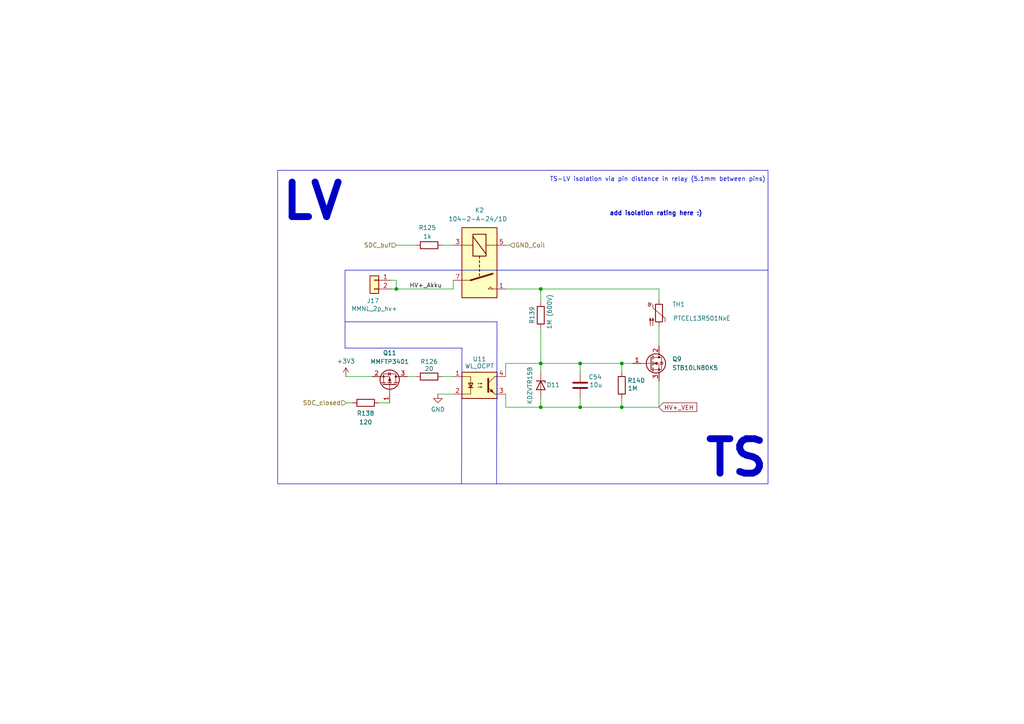
<source format=kicad_sch>
(kicad_sch
	(version 20231120)
	(generator "eeschema")
	(generator_version "8.0")
	(uuid "13e073e0-08f3-43ce-a5c5-b3a3660479c2")
	(paper "A4")
	(lib_symbols
		(symbol "Connector_Generic:Conn_01x02"
			(pin_names
				(offset 1.016) hide)
			(exclude_from_sim no)
			(in_bom yes)
			(on_board yes)
			(property "Reference" "J"
				(at 0 2.54 0)
				(effects
					(font
						(size 1.27 1.27)
					)
				)
			)
			(property "Value" "Conn_01x02"
				(at 0 -5.08 0)
				(effects
					(font
						(size 1.27 1.27)
					)
				)
			)
			(property "Footprint" ""
				(at 0 0 0)
				(effects
					(font
						(size 1.27 1.27)
					)
					(hide yes)
				)
			)
			(property "Datasheet" "~"
				(at 0 0 0)
				(effects
					(font
						(size 1.27 1.27)
					)
					(hide yes)
				)
			)
			(property "Description" "Generic connector, single row, 01x02, script generated (kicad-library-utils/schlib/autogen/connector/)"
				(at 0 0 0)
				(effects
					(font
						(size 1.27 1.27)
					)
					(hide yes)
				)
			)
			(property "ki_keywords" "connector"
				(at 0 0 0)
				(effects
					(font
						(size 1.27 1.27)
					)
					(hide yes)
				)
			)
			(property "ki_fp_filters" "Connector*:*_1x??_*"
				(at 0 0 0)
				(effects
					(font
						(size 1.27 1.27)
					)
					(hide yes)
				)
			)
			(symbol "Conn_01x02_1_1"
				(rectangle
					(start -1.27 -2.413)
					(end 0 -2.667)
					(stroke
						(width 0.1524)
						(type default)
					)
					(fill
						(type none)
					)
				)
				(rectangle
					(start -1.27 0.127)
					(end 0 -0.127)
					(stroke
						(width 0.1524)
						(type default)
					)
					(fill
						(type none)
					)
				)
				(rectangle
					(start -1.27 1.27)
					(end 1.27 -3.81)
					(stroke
						(width 0.254)
						(type default)
					)
					(fill
						(type background)
					)
				)
				(pin passive line
					(at -5.08 0 0)
					(length 3.81)
					(name "Pin_1"
						(effects
							(font
								(size 1.27 1.27)
							)
						)
					)
					(number "1"
						(effects
							(font
								(size 1.27 1.27)
							)
						)
					)
				)
				(pin passive line
					(at -5.08 -2.54 0)
					(length 3.81)
					(name "Pin_2"
						(effects
							(font
								(size 1.27 1.27)
							)
						)
					)
					(number "2"
						(effects
							(font
								(size 1.27 1.27)
							)
						)
					)
				)
			)
		)
		(symbol "Device:C"
			(pin_numbers hide)
			(pin_names
				(offset 0.254)
			)
			(exclude_from_sim no)
			(in_bom yes)
			(on_board yes)
			(property "Reference" "C"
				(at 0.635 2.54 0)
				(effects
					(font
						(size 1.27 1.27)
					)
					(justify left)
				)
			)
			(property "Value" "C"
				(at 0.635 -2.54 0)
				(effects
					(font
						(size 1.27 1.27)
					)
					(justify left)
				)
			)
			(property "Footprint" ""
				(at 0.9652 -3.81 0)
				(effects
					(font
						(size 1.27 1.27)
					)
					(hide yes)
				)
			)
			(property "Datasheet" "~"
				(at 0 0 0)
				(effects
					(font
						(size 1.27 1.27)
					)
					(hide yes)
				)
			)
			(property "Description" "Unpolarized capacitor"
				(at 0 0 0)
				(effects
					(font
						(size 1.27 1.27)
					)
					(hide yes)
				)
			)
			(property "ki_keywords" "cap capacitor"
				(at 0 0 0)
				(effects
					(font
						(size 1.27 1.27)
					)
					(hide yes)
				)
			)
			(property "ki_fp_filters" "C_*"
				(at 0 0 0)
				(effects
					(font
						(size 1.27 1.27)
					)
					(hide yes)
				)
			)
			(symbol "C_0_1"
				(polyline
					(pts
						(xy -2.032 -0.762) (xy 2.032 -0.762)
					)
					(stroke
						(width 0.508)
						(type default)
					)
					(fill
						(type none)
					)
				)
				(polyline
					(pts
						(xy -2.032 0.762) (xy 2.032 0.762)
					)
					(stroke
						(width 0.508)
						(type default)
					)
					(fill
						(type none)
					)
				)
			)
			(symbol "C_1_1"
				(pin passive line
					(at 0 3.81 270)
					(length 2.794)
					(name "~"
						(effects
							(font
								(size 1.27 1.27)
							)
						)
					)
					(number "1"
						(effects
							(font
								(size 1.27 1.27)
							)
						)
					)
				)
				(pin passive line
					(at 0 -3.81 90)
					(length 2.794)
					(name "~"
						(effects
							(font
								(size 1.27 1.27)
							)
						)
					)
					(number "2"
						(effects
							(font
								(size 1.27 1.27)
							)
						)
					)
				)
			)
		)
		(symbol "Device:D_Zener"
			(pin_numbers hide)
			(pin_names
				(offset 1.016) hide)
			(exclude_from_sim no)
			(in_bom yes)
			(on_board yes)
			(property "Reference" "D"
				(at 0 2.54 0)
				(effects
					(font
						(size 1.27 1.27)
					)
				)
			)
			(property "Value" "D_Zener"
				(at 0 -2.54 0)
				(effects
					(font
						(size 1.27 1.27)
					)
				)
			)
			(property "Footprint" ""
				(at 0 0 0)
				(effects
					(font
						(size 1.27 1.27)
					)
					(hide yes)
				)
			)
			(property "Datasheet" "~"
				(at 0 0 0)
				(effects
					(font
						(size 1.27 1.27)
					)
					(hide yes)
				)
			)
			(property "Description" "Zener diode"
				(at 0 0 0)
				(effects
					(font
						(size 1.27 1.27)
					)
					(hide yes)
				)
			)
			(property "ki_keywords" "diode"
				(at 0 0 0)
				(effects
					(font
						(size 1.27 1.27)
					)
					(hide yes)
				)
			)
			(property "ki_fp_filters" "TO-???* *_Diode_* *SingleDiode* D_*"
				(at 0 0 0)
				(effects
					(font
						(size 1.27 1.27)
					)
					(hide yes)
				)
			)
			(symbol "D_Zener_0_1"
				(polyline
					(pts
						(xy 1.27 0) (xy -1.27 0)
					)
					(stroke
						(width 0)
						(type default)
					)
					(fill
						(type none)
					)
				)
				(polyline
					(pts
						(xy -1.27 -1.27) (xy -1.27 1.27) (xy -0.762 1.27)
					)
					(stroke
						(width 0.254)
						(type default)
					)
					(fill
						(type none)
					)
				)
				(polyline
					(pts
						(xy 1.27 -1.27) (xy 1.27 1.27) (xy -1.27 0) (xy 1.27 -1.27)
					)
					(stroke
						(width 0.254)
						(type default)
					)
					(fill
						(type none)
					)
				)
			)
			(symbol "D_Zener_1_1"
				(pin passive line
					(at -3.81 0 0)
					(length 2.54)
					(name "K"
						(effects
							(font
								(size 1.27 1.27)
							)
						)
					)
					(number "1"
						(effects
							(font
								(size 1.27 1.27)
							)
						)
					)
				)
				(pin passive line
					(at 3.81 0 180)
					(length 2.54)
					(name "A"
						(effects
							(font
								(size 1.27 1.27)
							)
						)
					)
					(number "2"
						(effects
							(font
								(size 1.27 1.27)
							)
						)
					)
				)
			)
		)
		(symbol "Device:Q_PMOS_GSD"
			(pin_names
				(offset 0) hide)
			(exclude_from_sim no)
			(in_bom yes)
			(on_board yes)
			(property "Reference" "Q"
				(at 5.08 1.27 0)
				(effects
					(font
						(size 1.27 1.27)
					)
					(justify left)
				)
			)
			(property "Value" "Q_PMOS_GSD"
				(at 5.08 -1.27 0)
				(effects
					(font
						(size 1.27 1.27)
					)
					(justify left)
				)
			)
			(property "Footprint" ""
				(at 5.08 2.54 0)
				(effects
					(font
						(size 1.27 1.27)
					)
					(hide yes)
				)
			)
			(property "Datasheet" "~"
				(at 0 0 0)
				(effects
					(font
						(size 1.27 1.27)
					)
					(hide yes)
				)
			)
			(property "Description" "P-MOSFET transistor, gate/source/drain"
				(at 0 0 0)
				(effects
					(font
						(size 1.27 1.27)
					)
					(hide yes)
				)
			)
			(property "ki_keywords" "transistor PMOS P-MOS P-MOSFET"
				(at 0 0 0)
				(effects
					(font
						(size 1.27 1.27)
					)
					(hide yes)
				)
			)
			(symbol "Q_PMOS_GSD_0_1"
				(polyline
					(pts
						(xy 0.254 0) (xy -2.54 0)
					)
					(stroke
						(width 0)
						(type default)
					)
					(fill
						(type none)
					)
				)
				(polyline
					(pts
						(xy 0.254 1.905) (xy 0.254 -1.905)
					)
					(stroke
						(width 0.254)
						(type default)
					)
					(fill
						(type none)
					)
				)
				(polyline
					(pts
						(xy 0.762 -1.27) (xy 0.762 -2.286)
					)
					(stroke
						(width 0.254)
						(type default)
					)
					(fill
						(type none)
					)
				)
				(polyline
					(pts
						(xy 0.762 0.508) (xy 0.762 -0.508)
					)
					(stroke
						(width 0.254)
						(type default)
					)
					(fill
						(type none)
					)
				)
				(polyline
					(pts
						(xy 0.762 2.286) (xy 0.762 1.27)
					)
					(stroke
						(width 0.254)
						(type default)
					)
					(fill
						(type none)
					)
				)
				(polyline
					(pts
						(xy 2.54 2.54) (xy 2.54 1.778)
					)
					(stroke
						(width 0)
						(type default)
					)
					(fill
						(type none)
					)
				)
				(polyline
					(pts
						(xy 2.54 -2.54) (xy 2.54 0) (xy 0.762 0)
					)
					(stroke
						(width 0)
						(type default)
					)
					(fill
						(type none)
					)
				)
				(polyline
					(pts
						(xy 0.762 1.778) (xy 3.302 1.778) (xy 3.302 -1.778) (xy 0.762 -1.778)
					)
					(stroke
						(width 0)
						(type default)
					)
					(fill
						(type none)
					)
				)
				(polyline
					(pts
						(xy 2.286 0) (xy 1.27 0.381) (xy 1.27 -0.381) (xy 2.286 0)
					)
					(stroke
						(width 0)
						(type default)
					)
					(fill
						(type outline)
					)
				)
				(polyline
					(pts
						(xy 2.794 -0.508) (xy 2.921 -0.381) (xy 3.683 -0.381) (xy 3.81 -0.254)
					)
					(stroke
						(width 0)
						(type default)
					)
					(fill
						(type none)
					)
				)
				(polyline
					(pts
						(xy 3.302 -0.381) (xy 2.921 0.254) (xy 3.683 0.254) (xy 3.302 -0.381)
					)
					(stroke
						(width 0)
						(type default)
					)
					(fill
						(type none)
					)
				)
				(circle
					(center 1.651 0)
					(radius 2.794)
					(stroke
						(width 0.254)
						(type default)
					)
					(fill
						(type none)
					)
				)
				(circle
					(center 2.54 -1.778)
					(radius 0.254)
					(stroke
						(width 0)
						(type default)
					)
					(fill
						(type outline)
					)
				)
				(circle
					(center 2.54 1.778)
					(radius 0.254)
					(stroke
						(width 0)
						(type default)
					)
					(fill
						(type outline)
					)
				)
			)
			(symbol "Q_PMOS_GSD_1_1"
				(pin input line
					(at -5.08 0 0)
					(length 2.54)
					(name "G"
						(effects
							(font
								(size 1.27 1.27)
							)
						)
					)
					(number "1"
						(effects
							(font
								(size 1.27 1.27)
							)
						)
					)
				)
				(pin passive line
					(at 2.54 -5.08 90)
					(length 2.54)
					(name "S"
						(effects
							(font
								(size 1.27 1.27)
							)
						)
					)
					(number "2"
						(effects
							(font
								(size 1.27 1.27)
							)
						)
					)
				)
				(pin passive line
					(at 2.54 5.08 270)
					(length 2.54)
					(name "D"
						(effects
							(font
								(size 1.27 1.27)
							)
						)
					)
					(number "3"
						(effects
							(font
								(size 1.27 1.27)
							)
						)
					)
				)
			)
		)
		(symbol "Device:R"
			(pin_numbers hide)
			(pin_names
				(offset 0)
			)
			(exclude_from_sim no)
			(in_bom yes)
			(on_board yes)
			(property "Reference" "R"
				(at 2.032 0 90)
				(effects
					(font
						(size 1.27 1.27)
					)
				)
			)
			(property "Value" "R"
				(at 0 0 90)
				(effects
					(font
						(size 1.27 1.27)
					)
				)
			)
			(property "Footprint" ""
				(at -1.778 0 90)
				(effects
					(font
						(size 1.27 1.27)
					)
					(hide yes)
				)
			)
			(property "Datasheet" "~"
				(at 0 0 0)
				(effects
					(font
						(size 1.27 1.27)
					)
					(hide yes)
				)
			)
			(property "Description" "Resistor"
				(at 0 0 0)
				(effects
					(font
						(size 1.27 1.27)
					)
					(hide yes)
				)
			)
			(property "ki_keywords" "R res resistor"
				(at 0 0 0)
				(effects
					(font
						(size 1.27 1.27)
					)
					(hide yes)
				)
			)
			(property "ki_fp_filters" "R_*"
				(at 0 0 0)
				(effects
					(font
						(size 1.27 1.27)
					)
					(hide yes)
				)
			)
			(symbol "R_0_1"
				(rectangle
					(start -1.016 -2.54)
					(end 1.016 2.54)
					(stroke
						(width 0.254)
						(type default)
					)
					(fill
						(type none)
					)
				)
			)
			(symbol "R_1_1"
				(pin passive line
					(at 0 3.81 270)
					(length 1.27)
					(name "~"
						(effects
							(font
								(size 1.27 1.27)
							)
						)
					)
					(number "1"
						(effects
							(font
								(size 1.27 1.27)
							)
						)
					)
				)
				(pin passive line
					(at 0 -3.81 90)
					(length 1.27)
					(name "~"
						(effects
							(font
								(size 1.27 1.27)
							)
						)
					)
					(number "2"
						(effects
							(font
								(size 1.27 1.27)
							)
						)
					)
				)
			)
		)
		(symbol "Device:Thermistor_PTC"
			(pin_numbers hide)
			(pin_names
				(offset 0)
			)
			(exclude_from_sim no)
			(in_bom yes)
			(on_board yes)
			(property "Reference" "TH"
				(at -4.064 0 90)
				(effects
					(font
						(size 1.27 1.27)
					)
				)
			)
			(property "Value" "Thermistor_PTC"
				(at 3.048 0 90)
				(effects
					(font
						(size 1.27 1.27)
					)
				)
			)
			(property "Footprint" ""
				(at 1.27 -5.08 0)
				(effects
					(font
						(size 1.27 1.27)
					)
					(justify left)
					(hide yes)
				)
			)
			(property "Datasheet" "~"
				(at 0 0 0)
				(effects
					(font
						(size 1.27 1.27)
					)
					(hide yes)
				)
			)
			(property "Description" "Temperature dependent resistor, positive temperature coefficient"
				(at 0 0 0)
				(effects
					(font
						(size 1.27 1.27)
					)
					(hide yes)
				)
			)
			(property "ki_keywords" "resistor PTC thermistor sensor RTD"
				(at 0 0 0)
				(effects
					(font
						(size 1.27 1.27)
					)
					(hide yes)
				)
			)
			(property "ki_fp_filters" "*PTC* *Thermistor* PIN?ARRAY* bornier* *Terminal?Block* R_*"
				(at 0 0 0)
				(effects
					(font
						(size 1.27 1.27)
					)
					(hide yes)
				)
			)
			(symbol "Thermistor_PTC_0_1"
				(arc
					(start -3.048 2.159)
					(mid -3.0495 2.3143)
					(end -3.175 2.413)
					(stroke
						(width 0)
						(type default)
					)
					(fill
						(type none)
					)
				)
				(arc
					(start -3.048 2.159)
					(mid -2.9736 1.9794)
					(end -2.794 1.905)
					(stroke
						(width 0)
						(type default)
					)
					(fill
						(type none)
					)
				)
				(arc
					(start -3.048 2.794)
					(mid -2.9736 2.6144)
					(end -2.794 2.54)
					(stroke
						(width 0)
						(type default)
					)
					(fill
						(type none)
					)
				)
				(arc
					(start -2.794 1.905)
					(mid -2.6144 1.9794)
					(end -2.54 2.159)
					(stroke
						(width 0)
						(type default)
					)
					(fill
						(type none)
					)
				)
				(arc
					(start -2.794 2.54)
					(mid -2.4393 2.5587)
					(end -2.159 2.794)
					(stroke
						(width 0)
						(type default)
					)
					(fill
						(type none)
					)
				)
				(arc
					(start -2.794 3.048)
					(mid -2.9736 2.9736)
					(end -3.048 2.794)
					(stroke
						(width 0)
						(type default)
					)
					(fill
						(type none)
					)
				)
				(arc
					(start -2.54 2.794)
					(mid -2.6144 2.9736)
					(end -2.794 3.048)
					(stroke
						(width 0)
						(type default)
					)
					(fill
						(type none)
					)
				)
				(rectangle
					(start -1.016 2.54)
					(end 1.016 -2.54)
					(stroke
						(width 0.254)
						(type default)
					)
					(fill
						(type none)
					)
				)
				(polyline
					(pts
						(xy -2.54 2.159) (xy -2.54 2.794)
					)
					(stroke
						(width 0)
						(type default)
					)
					(fill
						(type none)
					)
				)
				(polyline
					(pts
						(xy -1.778 2.54) (xy -1.778 1.524) (xy 1.778 -1.524) (xy 1.778 -2.54)
					)
					(stroke
						(width 0)
						(type default)
					)
					(fill
						(type none)
					)
				)
				(polyline
					(pts
						(xy -2.54 -3.683) (xy -2.54 -1.397) (xy -2.794 -2.159) (xy -2.286 -2.159) (xy -2.54 -1.397) (xy -2.54 -1.651)
					)
					(stroke
						(width 0)
						(type default)
					)
					(fill
						(type outline)
					)
				)
				(polyline
					(pts
						(xy -1.778 -3.683) (xy -1.778 -1.397) (xy -2.032 -2.159) (xy -1.524 -2.159) (xy -1.778 -1.397)
						(xy -1.778 -1.651)
					)
					(stroke
						(width 0)
						(type default)
					)
					(fill
						(type outline)
					)
				)
			)
			(symbol "Thermistor_PTC_1_1"
				(pin passive line
					(at 0 3.81 270)
					(length 1.27)
					(name "~"
						(effects
							(font
								(size 1.27 1.27)
							)
						)
					)
					(number "1"
						(effects
							(font
								(size 1.27 1.27)
							)
						)
					)
				)
				(pin passive line
					(at 0 -3.81 90)
					(length 1.27)
					(name "~"
						(effects
							(font
								(size 1.27 1.27)
							)
						)
					)
					(number "2"
						(effects
							(font
								(size 1.27 1.27)
							)
						)
					)
				)
			)
		)
		(symbol "Isolator:FODM217A"
			(exclude_from_sim no)
			(in_bom yes)
			(on_board yes)
			(property "Reference" "U4"
				(at 1.27 7.62 0)
				(effects
					(font
						(size 1.27 1.27)
					)
				)
			)
			(property "Value" "WL_OCDA"
				(at 1.27 5.588 0)
				(effects
					(font
						(size 1.27 1.27)
					)
				)
			)
			(property "Footprint" "Package_SO:SOP-4_4.4x2.6mm_P1.27mm"
				(at 0 -5.08 0)
				(effects
					(font
						(size 1.27 1.27)
						(italic yes)
					)
					(hide yes)
				)
			)
			(property "Datasheet" ""
				(at 0 0 0)
				(effects
					(font
						(size 1.27 1.27)
					)
					(justify left)
					(hide yes)
				)
			)
			(property "Description" "141352145000"
				(at 0 0 0)
				(effects
					(font
						(size 1.27 1.27)
					)
					(hide yes)
				)
			)
			(property "ki_keywords" "DC Phototransistor Optocoupler"
				(at 0 0 0)
				(effects
					(font
						(size 1.27 1.27)
					)
					(hide yes)
				)
			)
			(property "ki_fp_filters" "SOP*4.4x2.6mm*P1.27mm*"
				(at 0 0 0)
				(effects
					(font
						(size 1.27 1.27)
					)
					(hide yes)
				)
			)
			(symbol "FODM217A_0_1"
				(rectangle
					(start -5.08 3.81)
					(end 5.08 -3.81)
					(stroke
						(width 0.254)
						(type default)
					)
					(fill
						(type background)
					)
				)
				(polyline
					(pts
						(xy -3.175 -0.635) (xy -1.905 -0.635)
					)
					(stroke
						(width 0.254)
						(type default)
					)
					(fill
						(type none)
					)
				)
				(polyline
					(pts
						(xy 2.54 0.635) (xy 4.445 2.54)
					)
					(stroke
						(width 0)
						(type default)
					)
					(fill
						(type none)
					)
				)
				(polyline
					(pts
						(xy 4.445 -2.54) (xy 2.54 -0.635)
					)
					(stroke
						(width 0)
						(type default)
					)
					(fill
						(type outline)
					)
				)
				(polyline
					(pts
						(xy 4.445 -2.54) (xy 5.08 -2.54)
					)
					(stroke
						(width 0)
						(type default)
					)
					(fill
						(type none)
					)
				)
				(polyline
					(pts
						(xy 4.445 2.54) (xy 5.08 2.54)
					)
					(stroke
						(width 0)
						(type default)
					)
					(fill
						(type none)
					)
				)
				(polyline
					(pts
						(xy -5.08 2.54) (xy -2.54 2.54) (xy -2.54 -0.635)
					)
					(stroke
						(width 0)
						(type default)
					)
					(fill
						(type none)
					)
				)
				(polyline
					(pts
						(xy -2.54 -0.635) (xy -2.54 -2.54) (xy -5.08 -2.54)
					)
					(stroke
						(width 0)
						(type default)
					)
					(fill
						(type none)
					)
				)
				(polyline
					(pts
						(xy 2.54 1.905) (xy 2.54 -1.905) (xy 2.54 -1.905)
					)
					(stroke
						(width 0.508)
						(type default)
					)
					(fill
						(type none)
					)
				)
				(polyline
					(pts
						(xy -2.54 -0.635) (xy -3.175 0.635) (xy -1.905 0.635) (xy -2.54 -0.635)
					)
					(stroke
						(width 0.254)
						(type default)
					)
					(fill
						(type none)
					)
				)
				(polyline
					(pts
						(xy -0.508 -0.508) (xy 0.762 -0.508) (xy 0.381 -0.635) (xy 0.381 -0.381) (xy 0.762 -0.508)
					)
					(stroke
						(width 0)
						(type default)
					)
					(fill
						(type none)
					)
				)
				(polyline
					(pts
						(xy -0.508 0.508) (xy 0.762 0.508) (xy 0.381 0.381) (xy 0.381 0.635) (xy 0.762 0.508)
					)
					(stroke
						(width 0)
						(type default)
					)
					(fill
						(type none)
					)
				)
				(polyline
					(pts
						(xy 3.048 -1.651) (xy 3.556 -1.143) (xy 4.064 -2.159) (xy 3.048 -1.651) (xy 3.048 -1.651)
					)
					(stroke
						(width 0)
						(type default)
					)
					(fill
						(type outline)
					)
				)
			)
			(symbol "FODM217A_1_1"
				(pin passive line
					(at -7.62 2.54 0)
					(length 2.54)
					(name "~"
						(effects
							(font
								(size 1.27 1.27)
							)
						)
					)
					(number "1"
						(effects
							(font
								(size 1.27 1.27)
							)
						)
					)
				)
				(pin passive line
					(at -7.62 -2.54 0)
					(length 2.54)
					(name "~"
						(effects
							(font
								(size 1.27 1.27)
							)
						)
					)
					(number "2"
						(effects
							(font
								(size 1.27 1.27)
							)
						)
					)
				)
				(pin passive line
					(at 7.62 -2.54 180)
					(length 2.54)
					(name "~"
						(effects
							(font
								(size 1.27 1.27)
							)
						)
					)
					(number "3"
						(effects
							(font
								(size 1.27 1.27)
							)
						)
					)
				)
				(pin passive line
					(at 7.62 2.54 180)
					(length 2.54)
					(name "~"
						(effects
							(font
								(size 1.27 1.27)
							)
						)
					)
					(number "4"
						(effects
							(font
								(size 1.27 1.27)
							)
						)
					)
				)
			)
		)
		(symbol "Relay:Relay_SPST-NO"
			(exclude_from_sim no)
			(in_bom yes)
			(on_board yes)
			(property "Reference" "K2"
				(at -15.24 0 90)
				(effects
					(font
						(size 1.27 1.27)
					)
				)
			)
			(property "Value" "104-2-A-24/1D "
				(at -12.7 0 90)
				(effects
					(font
						(size 1.27 1.27)
					)
				)
			)
			(property "Footprint" "104-2-A-24_1D:1042A122D"
				(at 11.43 -1.27 0)
				(effects
					(font
						(size 1.27 1.27)
					)
					(justify left)
					(hide yes)
				)
			)
			(property "Datasheet" "https://www.pickeringrelay.com/pdfs/104-high-voltage-sil-reed-relays.pdf"
				(at 0 0 0)
				(effects
					(font
						(size 1.27 1.27)
					)
					(hide yes)
				)
			)
			(property "Description" "Relay SPST, Normally Open, EN50005"
				(at 0 0 0)
				(effects
					(font
						(size 1.27 1.27)
					)
					(hide yes)
				)
			)
			(property "ki_keywords" "Single Pole Relay SPST NO"
				(at 0 0 0)
				(effects
					(font
						(size 1.27 1.27)
					)
					(hide yes)
				)
			)
			(property "ki_fp_filters" "Relay?SPST*"
				(at 0 0 0)
				(effects
					(font
						(size 1.27 1.27)
					)
					(hide yes)
				)
			)
			(symbol "Relay_SPST-NO_0_0"
				(polyline
					(pts
						(xy 7.62 5.08) (xy 7.62 2.54) (xy 6.985 3.175) (xy 7.62 3.81)
					)
					(stroke
						(width 0)
						(type default)
					)
					(fill
						(type none)
					)
				)
			)
			(symbol "Relay_SPST-NO_0_1"
				(rectangle
					(start -10.16 5.08)
					(end 10.16 -5.08)
					(stroke
						(width 0.254)
						(type default)
					)
					(fill
						(type background)
					)
				)
				(rectangle
					(start -8.255 1.905)
					(end -1.905 -1.905)
					(stroke
						(width 0.254)
						(type default)
					)
					(fill
						(type none)
					)
				)
				(polyline
					(pts
						(xy -7.62 -1.905) (xy -2.54 1.905)
					)
					(stroke
						(width 0.254)
						(type default)
					)
					(fill
						(type none)
					)
				)
				(polyline
					(pts
						(xy -5.08 -5.08) (xy -5.08 -1.905)
					)
					(stroke
						(width 0)
						(type default)
					)
					(fill
						(type none)
					)
				)
				(polyline
					(pts
						(xy -5.08 5.08) (xy -5.08 1.905)
					)
					(stroke
						(width 0)
						(type default)
					)
					(fill
						(type none)
					)
				)
				(polyline
					(pts
						(xy -1.905 0) (xy -1.27 0)
					)
					(stroke
						(width 0.254)
						(type default)
					)
					(fill
						(type none)
					)
				)
				(polyline
					(pts
						(xy -0.635 0) (xy 0 0)
					)
					(stroke
						(width 0.254)
						(type default)
					)
					(fill
						(type none)
					)
				)
				(polyline
					(pts
						(xy 0.635 0) (xy 1.27 0)
					)
					(stroke
						(width 0.254)
						(type default)
					)
					(fill
						(type none)
					)
				)
				(polyline
					(pts
						(xy 1.905 0) (xy 2.54 0)
					)
					(stroke
						(width 0.254)
						(type default)
					)
					(fill
						(type none)
					)
				)
				(polyline
					(pts
						(xy 3.175 0) (xy 3.81 0)
					)
					(stroke
						(width 0.254)
						(type default)
					)
					(fill
						(type none)
					)
				)
				(polyline
					(pts
						(xy 5.08 -2.54) (xy 3.175 3.81)
					)
					(stroke
						(width 0.508)
						(type default)
					)
					(fill
						(type none)
					)
				)
				(polyline
					(pts
						(xy 5.08 -2.54) (xy 5.08 -5.08)
					)
					(stroke
						(width 0)
						(type default)
					)
					(fill
						(type none)
					)
				)
			)
			(symbol "Relay_SPST-NO_1_1"
				(pin passive line
					(at 7.62 7.62 270)
					(length 2.54)
					(name "~"
						(effects
							(font
								(size 1.27 1.27)
							)
						)
					)
					(number "1"
						(effects
							(font
								(size 1.27 1.27)
							)
						)
					)
				)
				(pin passive line
					(at -5.08 -7.62 90)
					(length 2.54)
					(name "~"
						(effects
							(font
								(size 1.27 1.27)
							)
						)
					)
					(number "3"
						(effects
							(font
								(size 1.27 1.27)
							)
						)
					)
				)
				(pin passive line
					(at -5.08 7.62 270)
					(length 2.54)
					(name "~"
						(effects
							(font
								(size 1.27 1.27)
							)
						)
					)
					(number "5"
						(effects
							(font
								(size 1.27 1.27)
							)
						)
					)
				)
				(pin passive line
					(at 5.08 -7.62 90)
					(length 2.54)
					(name "~"
						(effects
							(font
								(size 1.27 1.27)
							)
						)
					)
					(number "7"
						(effects
							(font
								(size 1.27 1.27)
							)
						)
					)
				)
			)
		)
		(symbol "Transistor_FET:STB15N80K5"
			(pin_names hide)
			(exclude_from_sim no)
			(in_bom yes)
			(on_board yes)
			(property "Reference" "Q"
				(at 5.08 1.905 0)
				(effects
					(font
						(size 1.27 1.27)
					)
					(justify left)
				)
			)
			(property "Value" "STB15N80K5"
				(at 5.08 0 0)
				(effects
					(font
						(size 1.27 1.27)
					)
					(justify left)
				)
			)
			(property "Footprint" "Package_TO_SOT_SMD:TO-263-2"
				(at 5.08 -1.905 0)
				(effects
					(font
						(size 1.27 1.27)
						(italic yes)
					)
					(justify left)
					(hide yes)
				)
			)
			(property "Datasheet" "https://www.st.com/resource/en/datasheet/stb15n80k5.pdf"
				(at 5.08 -3.81 0)
				(effects
					(font
						(size 1.27 1.27)
					)
					(justify left)
					(hide yes)
				)
			)
			(property "Description" "14A Id, 800V Vds, N-Channel MOSFET, 375mOhm Ron, D2PAK"
				(at 0 0 0)
				(effects
					(font
						(size 1.27 1.27)
					)
					(hide yes)
				)
			)
			(property "ki_keywords" "N-Channel MOSFET"
				(at 0 0 0)
				(effects
					(font
						(size 1.27 1.27)
					)
					(hide yes)
				)
			)
			(property "ki_fp_filters" "TO?263*"
				(at 0 0 0)
				(effects
					(font
						(size 1.27 1.27)
					)
					(hide yes)
				)
			)
			(symbol "STB15N80K5_0_1"
				(polyline
					(pts
						(xy 0.254 0) (xy -2.54 0)
					)
					(stroke
						(width 0)
						(type default)
					)
					(fill
						(type none)
					)
				)
				(polyline
					(pts
						(xy 0.254 1.905) (xy 0.254 -1.905)
					)
					(stroke
						(width 0.254)
						(type default)
					)
					(fill
						(type none)
					)
				)
				(polyline
					(pts
						(xy 0.762 -1.27) (xy 0.762 -2.286)
					)
					(stroke
						(width 0.254)
						(type default)
					)
					(fill
						(type none)
					)
				)
				(polyline
					(pts
						(xy 0.762 0.508) (xy 0.762 -0.508)
					)
					(stroke
						(width 0.254)
						(type default)
					)
					(fill
						(type none)
					)
				)
				(polyline
					(pts
						(xy 0.762 2.286) (xy 0.762 1.27)
					)
					(stroke
						(width 0.254)
						(type default)
					)
					(fill
						(type none)
					)
				)
				(polyline
					(pts
						(xy 2.54 2.54) (xy 2.54 1.778)
					)
					(stroke
						(width 0)
						(type default)
					)
					(fill
						(type none)
					)
				)
				(polyline
					(pts
						(xy 2.54 -2.54) (xy 2.54 0) (xy 0.762 0)
					)
					(stroke
						(width 0)
						(type default)
					)
					(fill
						(type none)
					)
				)
				(polyline
					(pts
						(xy 0.762 -1.778) (xy 3.302 -1.778) (xy 3.302 1.778) (xy 0.762 1.778)
					)
					(stroke
						(width 0)
						(type default)
					)
					(fill
						(type none)
					)
				)
				(polyline
					(pts
						(xy 1.016 0) (xy 2.032 0.381) (xy 2.032 -0.381) (xy 1.016 0)
					)
					(stroke
						(width 0)
						(type default)
					)
					(fill
						(type outline)
					)
				)
				(polyline
					(pts
						(xy 2.794 0.508) (xy 2.921 0.381) (xy 3.683 0.381) (xy 3.81 0.254)
					)
					(stroke
						(width 0)
						(type default)
					)
					(fill
						(type none)
					)
				)
				(polyline
					(pts
						(xy 3.302 0.381) (xy 2.921 -0.254) (xy 3.683 -0.254) (xy 3.302 0.381)
					)
					(stroke
						(width 0)
						(type default)
					)
					(fill
						(type none)
					)
				)
				(circle
					(center 1.651 0)
					(radius 2.794)
					(stroke
						(width 0.254)
						(type default)
					)
					(fill
						(type none)
					)
				)
				(circle
					(center 2.54 -1.778)
					(radius 0.254)
					(stroke
						(width 0)
						(type default)
					)
					(fill
						(type outline)
					)
				)
				(circle
					(center 2.54 1.778)
					(radius 0.254)
					(stroke
						(width 0)
						(type default)
					)
					(fill
						(type outline)
					)
				)
			)
			(symbol "STB15N80K5_1_1"
				(pin passive line
					(at -5.08 0 0)
					(length 2.54)
					(name "G"
						(effects
							(font
								(size 1.27 1.27)
							)
						)
					)
					(number "1"
						(effects
							(font
								(size 1.27 1.27)
							)
						)
					)
				)
				(pin passive line
					(at 2.54 5.08 270)
					(length 2.54)
					(name "D"
						(effects
							(font
								(size 1.27 1.27)
							)
						)
					)
					(number "2"
						(effects
							(font
								(size 1.27 1.27)
							)
						)
					)
				)
				(pin passive line
					(at 2.54 -5.08 90)
					(length 2.54)
					(name "S"
						(effects
							(font
								(size 1.27 1.27)
							)
						)
					)
					(number "3"
						(effects
							(font
								(size 1.27 1.27)
							)
						)
					)
				)
			)
		)
		(symbol "power:+3V3"
			(power)
			(pin_numbers hide)
			(pin_names
				(offset 0) hide)
			(exclude_from_sim no)
			(in_bom yes)
			(on_board yes)
			(property "Reference" "#PWR"
				(at 0 -3.81 0)
				(effects
					(font
						(size 1.27 1.27)
					)
					(hide yes)
				)
			)
			(property "Value" "+3V3"
				(at 0 3.556 0)
				(effects
					(font
						(size 1.27 1.27)
					)
				)
			)
			(property "Footprint" ""
				(at 0 0 0)
				(effects
					(font
						(size 1.27 1.27)
					)
					(hide yes)
				)
			)
			(property "Datasheet" ""
				(at 0 0 0)
				(effects
					(font
						(size 1.27 1.27)
					)
					(hide yes)
				)
			)
			(property "Description" "Power symbol creates a global label with name \"+3V3\""
				(at 0 0 0)
				(effects
					(font
						(size 1.27 1.27)
					)
					(hide yes)
				)
			)
			(property "ki_keywords" "global power"
				(at 0 0 0)
				(effects
					(font
						(size 1.27 1.27)
					)
					(hide yes)
				)
			)
			(symbol "+3V3_0_1"
				(polyline
					(pts
						(xy -0.762 1.27) (xy 0 2.54)
					)
					(stroke
						(width 0)
						(type default)
					)
					(fill
						(type none)
					)
				)
				(polyline
					(pts
						(xy 0 0) (xy 0 2.54)
					)
					(stroke
						(width 0)
						(type default)
					)
					(fill
						(type none)
					)
				)
				(polyline
					(pts
						(xy 0 2.54) (xy 0.762 1.27)
					)
					(stroke
						(width 0)
						(type default)
					)
					(fill
						(type none)
					)
				)
			)
			(symbol "+3V3_1_1"
				(pin power_in line
					(at 0 0 90)
					(length 0)
					(name "~"
						(effects
							(font
								(size 1.27 1.27)
							)
						)
					)
					(number "1"
						(effects
							(font
								(size 1.27 1.27)
							)
						)
					)
				)
			)
		)
		(symbol "power:GND"
			(power)
			(pin_numbers hide)
			(pin_names
				(offset 0) hide)
			(exclude_from_sim no)
			(in_bom yes)
			(on_board yes)
			(property "Reference" "#PWR"
				(at 0 -6.35 0)
				(effects
					(font
						(size 1.27 1.27)
					)
					(hide yes)
				)
			)
			(property "Value" "GND"
				(at 0 -3.81 0)
				(effects
					(font
						(size 1.27 1.27)
					)
				)
			)
			(property "Footprint" ""
				(at 0 0 0)
				(effects
					(font
						(size 1.27 1.27)
					)
					(hide yes)
				)
			)
			(property "Datasheet" ""
				(at 0 0 0)
				(effects
					(font
						(size 1.27 1.27)
					)
					(hide yes)
				)
			)
			(property "Description" "Power symbol creates a global label with name \"GND\" , ground"
				(at 0 0 0)
				(effects
					(font
						(size 1.27 1.27)
					)
					(hide yes)
				)
			)
			(property "ki_keywords" "global power"
				(at 0 0 0)
				(effects
					(font
						(size 1.27 1.27)
					)
					(hide yes)
				)
			)
			(symbol "GND_0_1"
				(polyline
					(pts
						(xy 0 0) (xy 0 -1.27) (xy 1.27 -1.27) (xy 0 -2.54) (xy -1.27 -1.27) (xy 0 -1.27)
					)
					(stroke
						(width 0)
						(type default)
					)
					(fill
						(type none)
					)
				)
			)
			(symbol "GND_1_1"
				(pin power_in line
					(at 0 0 270)
					(length 0)
					(name "~"
						(effects
							(font
								(size 1.27 1.27)
							)
						)
					)
					(number "1"
						(effects
							(font
								(size 1.27 1.27)
							)
						)
					)
				)
			)
		)
	)
	(junction
		(at 180.34 118.11)
		(diameter 0)
		(color 0 0 0 0)
		(uuid "3dbcd1f7-cab8-4b17-b9b1-292d82bbd200")
	)
	(junction
		(at 156.845 118.11)
		(diameter 0)
		(color 0 0 0 0)
		(uuid "46531e1a-bdd5-41a7-8f23-684e19d65934")
	)
	(junction
		(at 114.935 83.82)
		(diameter 0)
		(color 0 0 0 0)
		(uuid "69126a6c-e8f2-4642-8ec4-253f40d4767e")
	)
	(junction
		(at 156.845 105.41)
		(diameter 0)
		(color 0 0 0 0)
		(uuid "8a3ade5b-770f-4493-9fd9-a08b40e0beab")
	)
	(junction
		(at 168.275 105.41)
		(diameter 0)
		(color 0 0 0 0)
		(uuid "91744895-41af-4831-b47d-b4b860b19d65")
	)
	(junction
		(at 180.34 105.41)
		(diameter 0)
		(color 0 0 0 0)
		(uuid "9f696f8c-4a1b-4fa2-bcfb-3d8ab899a9dc")
	)
	(junction
		(at 156.845 83.82)
		(diameter 0)
		(color 0 0 0 0)
		(uuid "a5fcc108-7dc8-4be1-9b6d-f2f3c2c67209")
	)
	(junction
		(at 168.275 118.11)
		(diameter 0)
		(color 0 0 0 0)
		(uuid "aa11f6ca-e8c8-4758-99cd-70230615c32f")
	)
	(wire
		(pts
			(xy 191.135 94.615) (xy 191.135 100.33)
		)
		(stroke
			(width 0)
			(type default)
		)
		(uuid "0aee1144-2e02-44b4-96c5-8dffa94d6bd9")
	)
	(wire
		(pts
			(xy 114.935 83.82) (xy 131.445 83.82)
		)
		(stroke
			(width 0)
			(type default)
		)
		(uuid "0c0d2e09-8716-4761-9d55-4fa087676277")
	)
	(wire
		(pts
			(xy 168.275 118.11) (xy 180.34 118.11)
		)
		(stroke
			(width 0)
			(type default)
		)
		(uuid "11cd3966-2715-4663-8e83-e0f4ab2fbd53")
	)
	(wire
		(pts
			(xy 168.275 105.41) (xy 180.34 105.41)
		)
		(stroke
			(width 0)
			(type default)
		)
		(uuid "188a7d13-480a-4bf3-b53c-806c85da4d84")
	)
	(wire
		(pts
			(xy 114.935 81.28) (xy 114.935 83.82)
		)
		(stroke
			(width 0)
			(type default)
		)
		(uuid "23dc4324-5ceb-4b81-8666-ce60ce4e4852")
	)
	(wire
		(pts
			(xy 168.275 105.41) (xy 168.275 107.95)
		)
		(stroke
			(width 0)
			(type default)
		)
		(uuid "2df9f9ee-1255-4532-b37d-057fba8f308c")
	)
	(polyline
		(pts
			(xy 100.076 93.345) (xy 144.145 93.345)
		)
		(stroke
			(width 0)
			(type default)
		)
		(uuid "321acafe-3573-4299-8869-ed89606ad628")
	)
	(wire
		(pts
			(xy 180.34 105.41) (xy 180.34 107.95)
		)
		(stroke
			(width 0)
			(type default)
		)
		(uuid "38f200ac-dcb1-45e1-87fc-4de3de0c48fd")
	)
	(wire
		(pts
			(xy 156.845 83.82) (xy 191.135 83.82)
		)
		(stroke
			(width 0)
			(type default)
		)
		(uuid "3df13b28-3e20-47d9-88da-ef18b2b18b64")
	)
	(polyline
		(pts
			(xy 144.145 93.345) (xy 144.145 98.171)
		)
		(stroke
			(width 0)
			(type default)
		)
		(uuid "45402191-42fa-4634-b74c-9c15fccaffe9")
	)
	(wire
		(pts
			(xy 146.685 83.82) (xy 156.845 83.82)
		)
		(stroke
			(width 0)
			(type default)
		)
		(uuid "47883bfe-b59a-480c-b612-adbae2070ec5")
	)
	(polyline
		(pts
			(xy 133.985 100.965) (xy 133.858 140.335)
		)
		(stroke
			(width 0)
			(type default)
		)
		(uuid "4bbac1db-540d-4610-ac88-665ebd88af5f")
	)
	(polyline
		(pts
			(xy 100.076 78.359) (xy 222.758 78.359)
		)
		(stroke
			(width 0)
			(type default)
		)
		(uuid "5f95c404-bf5b-4662-870c-4347ee10ac5f")
	)
	(wire
		(pts
			(xy 156.845 105.41) (xy 168.275 105.41)
		)
		(stroke
			(width 0)
			(type default)
		)
		(uuid "649f3ea8-87c5-44ff-9fe8-2507ae918646")
	)
	(wire
		(pts
			(xy 156.845 118.11) (xy 168.275 118.11)
		)
		(stroke
			(width 0)
			(type default)
		)
		(uuid "65c93360-b3bd-4344-ad0b-21d4300033a3")
	)
	(wire
		(pts
			(xy 156.845 105.41) (xy 156.845 107.95)
		)
		(stroke
			(width 0)
			(type default)
		)
		(uuid "71e5a1f0-e80e-4206-bf9b-fb236ed56a8d")
	)
	(wire
		(pts
			(xy 180.34 118.11) (xy 191.135 118.11)
		)
		(stroke
			(width 0)
			(type default)
		)
		(uuid "77524435-973d-41c6-80fe-170bcdca451a")
	)
	(wire
		(pts
			(xy 168.275 115.57) (xy 168.275 118.11)
		)
		(stroke
			(width 0)
			(type default)
		)
		(uuid "7af2f117-1298-4209-8fb5-24eb66566906")
	)
	(polyline
		(pts
			(xy 100.076 93.345) (xy 100.076 78.359)
		)
		(stroke
			(width 0)
			(type default)
		)
		(uuid "7b95d099-c93c-4803-be45-48f63d7fd4f7")
	)
	(wire
		(pts
			(xy 118.11 109.22) (xy 120.65 109.22)
		)
		(stroke
			(width 0)
			(type default)
		)
		(uuid "7ff20e4a-1c1e-4c16-b851-d6faaebdefa9")
	)
	(wire
		(pts
			(xy 113.665 81.28) (xy 114.935 81.28)
		)
		(stroke
			(width 0)
			(type default)
		)
		(uuid "84c2178c-1ef5-4dfe-b9fe-d0f271bc60b8")
	)
	(wire
		(pts
			(xy 191.135 110.49) (xy 191.135 118.11)
		)
		(stroke
			(width 0)
			(type default)
		)
		(uuid "86f21e71-289f-439f-9a57-2d084789c941")
	)
	(wire
		(pts
			(xy 100.33 109.22) (xy 107.95 109.22)
		)
		(stroke
			(width 0)
			(type default)
		)
		(uuid "8903d419-78b9-405d-b61e-32f8e5bd5c8c")
	)
	(wire
		(pts
			(xy 180.34 105.41) (xy 183.515 105.41)
		)
		(stroke
			(width 0)
			(type default)
		)
		(uuid "8a2e8b0a-e03a-4203-81fd-f4823bb2ab24")
	)
	(wire
		(pts
			(xy 156.845 83.82) (xy 156.845 87.63)
		)
		(stroke
			(width 0)
			(type default)
		)
		(uuid "90284ef2-8994-4123-90ce-7b89ac9afda7")
	)
	(polyline
		(pts
			(xy 144.145 98.171) (xy 144.018 140.335)
		)
		(stroke
			(width 0)
			(type default)
		)
		(uuid "a185e4d3-af28-47c0-8286-f94c04d143e4")
	)
	(wire
		(pts
			(xy 156.845 95.25) (xy 156.845 105.41)
		)
		(stroke
			(width 0)
			(type default)
		)
		(uuid "a2e29407-97b6-4f9e-b236-94251b6d80de")
	)
	(polyline
		(pts
			(xy 133.985 100.965) (xy 100.076 100.965)
		)
		(stroke
			(width 0)
			(type default)
		)
		(uuid "aeb1fc20-a42d-4d33-ad16-92d90a0eaf18")
	)
	(polyline
		(pts
			(xy 100.076 100.965) (xy 100.076 93.345)
		)
		(stroke
			(width 0)
			(type default)
		)
		(uuid "af056529-da28-41b1-b44b-4f30cd6801c3")
	)
	(wire
		(pts
			(xy 146.685 109.22) (xy 146.685 105.41)
		)
		(stroke
			(width 0)
			(type default)
		)
		(uuid "af9f51eb-c598-4fb2-9f27-9cc5a2fdb70f")
	)
	(wire
		(pts
			(xy 156.845 115.57) (xy 156.845 118.11)
		)
		(stroke
			(width 0)
			(type default)
		)
		(uuid "b97328ff-6eec-4f96-ab9c-ed0ceff3e016")
	)
	(wire
		(pts
			(xy 156.845 105.41) (xy 146.685 105.41)
		)
		(stroke
			(width 0)
			(type default)
		)
		(uuid "b98372b8-4671-42b6-9529-8ffde6bcd393")
	)
	(wire
		(pts
			(xy 146.685 114.3) (xy 146.685 118.11)
		)
		(stroke
			(width 0)
			(type default)
		)
		(uuid "b9d5f677-7b0e-4809-8678-c43987839e39")
	)
	(wire
		(pts
			(xy 114.935 71.12) (xy 120.65 71.12)
		)
		(stroke
			(width 0)
			(type default)
		)
		(uuid "c3e50f85-f138-453b-815f-ea457a483eed")
	)
	(wire
		(pts
			(xy 180.34 115.57) (xy 180.34 118.11)
		)
		(stroke
			(width 0)
			(type default)
		)
		(uuid "c3f487d0-d47f-4eb1-bcf4-c0a9bcf0c327")
	)
	(wire
		(pts
			(xy 128.27 71.12) (xy 131.445 71.12)
		)
		(stroke
			(width 0)
			(type default)
		)
		(uuid "c9a73227-5ed6-4e0c-816e-4584235310dc")
	)
	(wire
		(pts
			(xy 100.33 116.84) (xy 102.235 116.84)
		)
		(stroke
			(width 0)
			(type default)
		)
		(uuid "c9f2d5b5-73aa-4188-9972-9ea16cbb1c77")
	)
	(wire
		(pts
			(xy 146.685 118.11) (xy 156.845 118.11)
		)
		(stroke
			(width 0)
			(type default)
		)
		(uuid "caf0888e-7bf2-42b3-a2c4-fefc602f9c43")
	)
	(wire
		(pts
			(xy 131.445 81.28) (xy 131.445 83.82)
		)
		(stroke
			(width 0)
			(type default)
		)
		(uuid "d50720fa-b3fe-40f9-b348-cff8df1bfe05")
	)
	(wire
		(pts
			(xy 109.855 116.84) (xy 113.03 116.84)
		)
		(stroke
			(width 0)
			(type default)
		)
		(uuid "db808ece-3152-4fac-9933-65ae3ed71a23")
	)
	(wire
		(pts
			(xy 147.955 71.12) (xy 146.685 71.12)
		)
		(stroke
			(width 0)
			(type default)
		)
		(uuid "e2c8f334-2c5d-47a0-97ed-69546a1b7763")
	)
	(wire
		(pts
			(xy 128.27 109.22) (xy 131.445 109.22)
		)
		(stroke
			(width 0)
			(type default)
		)
		(uuid "e75cfa60-c666-4d1b-9876-7c5fa0089fe7")
	)
	(wire
		(pts
			(xy 113.665 83.82) (xy 114.935 83.82)
		)
		(stroke
			(width 0)
			(type default)
		)
		(uuid "e7d27540-8586-47dd-8183-bf85a1490827")
	)
	(wire
		(pts
			(xy 191.135 83.82) (xy 191.135 86.995)
		)
		(stroke
			(width 0)
			(type default)
		)
		(uuid "ea04d968-d543-43a7-9ef1-ba20341d6966")
	)
	(wire
		(pts
			(xy 127 114.3) (xy 131.445 114.3)
		)
		(stroke
			(width 0)
			(type default)
		)
		(uuid "fe035484-ce2c-4335-baed-2ff1400e82dc")
	)
	(rectangle
		(start 80.518 49.403)
		(end 222.758 140.335)
		(stroke
			(width 0)
			(type default)
		)
		(fill
			(type none)
		)
		(uuid ee2088ca-3247-4b07-8e05-80ea9bc53a28)
	)
	(text "LV"
		(exclude_from_sim no)
		(at 81.026 58.547 0)
		(effects
			(font
				(size 10 10)
				(thickness 2)
				(bold yes)
			)
			(justify left)
		)
		(uuid "4bf667c7-6d83-4e70-8138-986a1f12963f")
	)
	(text "TS-LV isolation via pin distance in relay (5.1mm between pins)"
		(exclude_from_sim no)
		(at 190.754 52.07 0)
		(effects
			(font
				(size 1.27 1.27)
			)
		)
		(uuid "c69b28a8-d82d-4948-82c3-90be39d78203")
	)
	(text "TS"
		(exclude_from_sim no)
		(at 203.708 132.969 0)
		(effects
			(font
				(size 10 10)
				(thickness 2)
				(bold yes)
			)
			(justify left)
		)
		(uuid "d0980a2d-0eca-4408-8d7c-96c1603edca8")
	)
	(text "add isolation rating here :)"
		(exclude_from_sim no)
		(at 190.246 61.976 0)
		(effects
			(font
				(size 1.27 1.27)
				(bold yes)
			)
		)
		(uuid "d9364e3a-baff-41e1-a2f8-eca54a1d6f77")
	)
	(label "HV+_Akku"
		(at 118.745 83.82 0)
		(fields_autoplaced yes)
		(effects
			(font
				(size 1.27 1.27)
			)
			(justify left bottom)
		)
		(uuid "8eff45bd-ed8a-4b71-87bf-5426072cd90e")
	)
	(global_label "HV+_VEH"
		(shape input)
		(at 191.135 118.11 0)
		(fields_autoplaced yes)
		(effects
			(font
				(size 1.27 1.27)
			)
			(justify left)
		)
		(uuid "35510853-0b3a-4a32-8528-251ce4823b96")
		(property "Intersheetrefs" "${INTERSHEET_REFS}"
			(at 202.6474 118.11 0)
			(effects
				(font
					(size 1.27 1.27)
				)
				(justify left)
				(hide yes)
			)
		)
	)
	(hierarchical_label "SDC_buf"
		(shape input)
		(at 114.935 71.12 180)
		(fields_autoplaced yes)
		(effects
			(font
				(size 1.27 1.27)
			)
			(justify right)
		)
		(uuid "615c10b1-91e8-45f5-a722-779e086314e4")
	)
	(hierarchical_label "GND_Coil"
		(shape input)
		(at 147.955 71.12 0)
		(fields_autoplaced yes)
		(effects
			(font
				(size 1.27 1.27)
			)
			(justify left)
		)
		(uuid "7bbfb9b0-be04-438e-ba04-7d021c2b29d7")
	)
	(hierarchical_label "SDC_closed"
		(shape input)
		(at 100.33 116.84 180)
		(fields_autoplaced yes)
		(effects
			(font
				(size 1.27 1.27)
			)
			(justify right)
		)
		(uuid "d6f150a8-b4dc-4826-a8f9-190a003c1962")
	)
	(symbol
		(lib_id "power:+3V3")
		(at 100.33 109.22 0)
		(unit 1)
		(exclude_from_sim no)
		(in_bom yes)
		(on_board yes)
		(dnp no)
		(uuid "1a100881-e694-4787-965b-11a50e768a4a")
		(property "Reference" "#PWR0138"
			(at 100.33 113.03 0)
			(effects
				(font
					(size 1.27 1.27)
				)
				(hide yes)
			)
		)
		(property "Value" "+3V3"
			(at 100.33 104.775 0)
			(effects
				(font
					(size 1.27 1.27)
				)
			)
		)
		(property "Footprint" ""
			(at 100.33 109.22 0)
			(effects
				(font
					(size 1.27 1.27)
				)
				(hide yes)
			)
		)
		(property "Datasheet" ""
			(at 100.33 109.22 0)
			(effects
				(font
					(size 1.27 1.27)
				)
				(hide yes)
			)
		)
		(property "Description" "Power symbol creates a global label with name \"+3V3\""
			(at 100.33 109.22 0)
			(effects
				(font
					(size 1.27 1.27)
				)
				(hide yes)
			)
		)
		(pin "1"
			(uuid "3bfc0e5f-5d38-4327-b115-084f96dc9846")
		)
		(instances
			(project "Master_FT25"
				(path "/e63e39d7-6ac0-4ffd-8aa3-1841a4541b55/95b8e8bb-175b-4c26-b28f-f18dafbb4793/80d98abd-13b3-4f38-b2ff-0816d428a6c7"
					(reference "#PWR0138")
					(unit 1)
				)
			)
		)
	)
	(symbol
		(lib_id "Device:R")
		(at 106.045 116.84 90)
		(unit 1)
		(exclude_from_sim no)
		(in_bom yes)
		(on_board yes)
		(dnp no)
		(uuid "1dd64b10-d0d3-4fbf-8498-0bc82a5ecdb0")
		(property "Reference" "R138"
			(at 106.045 119.888 90)
			(effects
				(font
					(size 1.27 1.27)
				)
			)
		)
		(property "Value" "120"
			(at 106.045 122.428 90)
			(effects
				(font
					(size 1.27 1.27)
				)
			)
		)
		(property "Footprint" "Resistor_SMD:R_0603_1608Metric"
			(at 106.045 118.618 90)
			(effects
				(font
					(size 1.27 1.27)
				)
				(hide yes)
			)
		)
		(property "Datasheet" "~"
			(at 106.045 116.84 0)
			(effects
				(font
					(size 1.27 1.27)
				)
				(hide yes)
			)
		)
		(property "Description" "Resistor"
			(at 106.045 116.84 0)
			(effects
				(font
					(size 1.27 1.27)
				)
				(hide yes)
			)
		)
		(pin "1"
			(uuid "e72703cc-32c3-42bf-a7f6-f3b4cdf7cc01")
		)
		(pin "2"
			(uuid "0bdb3060-eb23-4c23-9b9a-9b15ff33bcb1")
		)
		(instances
			(project "Master_FT25"
				(path "/e63e39d7-6ac0-4ffd-8aa3-1841a4541b55/95b8e8bb-175b-4c26-b28f-f18dafbb4793/80d98abd-13b3-4f38-b2ff-0816d428a6c7"
					(reference "R138")
					(unit 1)
				)
			)
		)
	)
	(symbol
		(lib_id "Relay:Relay_SPST-NO")
		(at 139.065 76.2 270)
		(unit 1)
		(exclude_from_sim no)
		(in_bom yes)
		(on_board yes)
		(dnp no)
		(fields_autoplaced yes)
		(uuid "286c78ec-2a8d-49cc-b840-d88f11e1c835")
		(property "Reference" "K2"
			(at 139.065 60.96 90)
			(effects
				(font
					(size 1.27 1.27)
				)
			)
		)
		(property "Value" "104-2-A-24/1D "
			(at 139.065 63.5 90)
			(effects
				(font
					(size 1.27 1.27)
				)
			)
		)
		(property "Footprint" "104-2-A-24_1D:1042A122D"
			(at 137.795 87.63 0)
			(effects
				(font
					(size 1.27 1.27)
				)
				(justify left)
				(hide yes)
			)
		)
		(property "Datasheet" "https://www.pickeringrelay.com/pdfs/104-high-voltage-sil-reed-relays.pdf"
			(at 139.065 76.2 0)
			(effects
				(font
					(size 1.27 1.27)
				)
				(hide yes)
			)
		)
		(property "Description" "Relay SPST, Normally Open, EN50005"
			(at 139.065 76.2 0)
			(effects
				(font
					(size 1.27 1.27)
				)
				(hide yes)
			)
		)
		(pin "3"
			(uuid "d3f67868-e9eb-4aab-91e1-8e53ebd75389")
		)
		(pin "7"
			(uuid "62348af8-1468-44bf-ab1e-06c59b86666d")
		)
		(pin "5"
			(uuid "2d37345e-c4a4-4831-ba03-59c2d37deb65")
		)
		(pin "1"
			(uuid "1bca3404-796b-4ceb-bdb3-49b129f4de14")
		)
		(instances
			(project "Master_FT25"
				(path "/e63e39d7-6ac0-4ffd-8aa3-1841a4541b55/95b8e8bb-175b-4c26-b28f-f18dafbb4793/80d98abd-13b3-4f38-b2ff-0816d428a6c7"
					(reference "K2")
					(unit 1)
				)
			)
		)
	)
	(symbol
		(lib_id "Device:C")
		(at 168.275 111.76 0)
		(unit 1)
		(exclude_from_sim no)
		(in_bom yes)
		(on_board yes)
		(dnp no)
		(uuid "49d92d2b-9ac2-4c9b-963d-3e61d9dfda10")
		(property "Reference" "C54"
			(at 170.688 109.347 0)
			(effects
				(font
					(size 1.27 1.27)
				)
				(justify left)
			)
		)
		(property "Value" "10u"
			(at 170.942 111.633 0)
			(effects
				(font
					(size 1.27 1.27)
				)
				(justify left)
			)
		)
		(property "Footprint" "Capacitor_SMD:C_1210_3225Metric"
			(at 169.2402 115.57 0)
			(effects
				(font
					(size 1.27 1.27)
				)
				(hide yes)
			)
		)
		(property "Datasheet" "https://www.we-online.com/components/products/datasheet/885012209014.pdf"
			(at 168.275 111.76 0)
			(effects
				(font
					(size 1.27 1.27)
				)
				(hide yes)
			)
		)
		(property "Description" "16V X7R"
			(at 168.275 111.76 0)
			(effects
				(font
					(size 1.27 1.27)
				)
				(hide yes)
			)
		)
		(pin "2"
			(uuid "1fafdb1c-18d8-4f6d-aba6-6da8f4d40855")
		)
		(pin "1"
			(uuid "3a732d15-3b00-42c6-8cfb-1a98d2e169d2")
		)
		(instances
			(project "Master_FT25"
				(path "/e63e39d7-6ac0-4ffd-8aa3-1841a4541b55/95b8e8bb-175b-4c26-b28f-f18dafbb4793/80d98abd-13b3-4f38-b2ff-0816d428a6c7"
					(reference "C54")
					(unit 1)
				)
			)
		)
	)
	(symbol
		(lib_id "Device:R")
		(at 180.34 111.76 0)
		(unit 1)
		(exclude_from_sim no)
		(in_bom yes)
		(on_board yes)
		(dnp no)
		(uuid "6fe264d0-a640-4fbe-978f-d3e06187015a")
		(property "Reference" "R140"
			(at 184.531 110.363 0)
			(effects
				(font
					(size 1.27 1.27)
				)
			)
		)
		(property "Value" "1M"
			(at 183.515 112.649 0)
			(effects
				(font
					(size 1.27 1.27)
				)
			)
		)
		(property "Footprint" "Resistor_SMD:R_2010_5025Metric_Pad1.40x2.65mm_HandSolder"
			(at 178.562 111.76 90)
			(effects
				(font
					(size 1.27 1.27)
				)
				(hide yes)
			)
		)
		(property "Datasheet" "~"
			(at 180.34 111.76 0)
			(effects
				(font
					(size 1.27 1.27)
				)
				(hide yes)
			)
		)
		(property "Description" "Resistor"
			(at 180.34 111.76 0)
			(effects
				(font
					(size 1.27 1.27)
				)
				(hide yes)
			)
		)
		(pin "2"
			(uuid "72c68d66-40c6-45a6-a1b5-bb58867e0eb3")
		)
		(pin "1"
			(uuid "781be770-af88-496b-949c-1d0ee152cc9c")
		)
		(instances
			(project "Master_FT25"
				(path "/e63e39d7-6ac0-4ffd-8aa3-1841a4541b55/95b8e8bb-175b-4c26-b28f-f18dafbb4793/80d98abd-13b3-4f38-b2ff-0816d428a6c7"
					(reference "R140")
					(unit 1)
				)
			)
		)
	)
	(symbol
		(lib_id "Isolator:FODM217A")
		(at 139.065 111.76 0)
		(unit 1)
		(exclude_from_sim no)
		(in_bom yes)
		(on_board yes)
		(dnp no)
		(uuid "7ba68aa2-e506-4eb0-825a-8a3dc0ba4747")
		(property "Reference" "U11"
			(at 139.065 104.14 0)
			(effects
				(font
					(size 1.27 1.27)
				)
			)
		)
		(property "Value" "WL_OCPT"
			(at 139.065 106.172 0)
			(effects
				(font
					(size 1.27 1.27)
				)
			)
		)
		(property "Footprint" "Package_SO:SOP-4_3.8x4.1mm_P2.54mm"
			(at 139.065 116.84 0)
			(effects
				(font
					(size 1.27 1.27)
					(italic yes)
				)
				(hide yes)
			)
		)
		(property "Datasheet" "https://www.we-online.com/components/products/datasheet/140356145200.pdf"
			(at 139.065 111.76 0)
			(effects
				(font
					(size 1.27 1.27)
				)
				(justify left)
				(hide yes)
			)
		)
		(property "Description" "140356145200"
			(at 139.065 111.76 0)
			(effects
				(font
					(size 1.27 1.27)
				)
				(hide yes)
			)
		)
		(pin "3"
			(uuid "df61721e-59f8-4488-b2f7-68d2ca8377ad")
		)
		(pin "4"
			(uuid "d5ec2a5f-9ace-4b40-9255-b3b8ad545319")
		)
		(pin "1"
			(uuid "6d5e884e-6a0d-4fb9-8e2e-d804132093ca")
		)
		(pin "2"
			(uuid "872454b9-0429-4e9c-872d-e634edd5db3d")
		)
		(instances
			(project "Master_FT25"
				(path "/e63e39d7-6ac0-4ffd-8aa3-1841a4541b55/95b8e8bb-175b-4c26-b28f-f18dafbb4793/80d98abd-13b3-4f38-b2ff-0816d428a6c7"
					(reference "U11")
					(unit 1)
				)
			)
		)
	)
	(symbol
		(lib_id "power:GND")
		(at 127 114.3 0)
		(unit 1)
		(exclude_from_sim no)
		(in_bom yes)
		(on_board yes)
		(dnp no)
		(uuid "7d67b536-05c3-4220-9f06-dad7e712e17a")
		(property "Reference" "#PWR0139"
			(at 127 120.65 0)
			(effects
				(font
					(size 1.27 1.27)
				)
				(hide yes)
			)
		)
		(property "Value" "GND"
			(at 127 118.745 0)
			(effects
				(font
					(size 1.27 1.27)
				)
			)
		)
		(property "Footprint" ""
			(at 127 114.3 0)
			(effects
				(font
					(size 1.27 1.27)
				)
				(hide yes)
			)
		)
		(property "Datasheet" ""
			(at 127 114.3 0)
			(effects
				(font
					(size 1.27 1.27)
				)
				(hide yes)
			)
		)
		(property "Description" "Power symbol creates a global label with name \"GND\" , ground"
			(at 127 114.3 0)
			(effects
				(font
					(size 1.27 1.27)
				)
				(hide yes)
			)
		)
		(pin "1"
			(uuid "e8fa867d-9d67-4f0e-bb01-27d22060a568")
		)
		(instances
			(project "Master_FT25"
				(path "/e63e39d7-6ac0-4ffd-8aa3-1841a4541b55/95b8e8bb-175b-4c26-b28f-f18dafbb4793/80d98abd-13b3-4f38-b2ff-0816d428a6c7"
					(reference "#PWR0139")
					(unit 1)
				)
			)
		)
	)
	(symbol
		(lib_id "Device:R")
		(at 124.46 71.12 90)
		(unit 1)
		(exclude_from_sim no)
		(in_bom yes)
		(on_board yes)
		(dnp no)
		(uuid "8d9185a9-d305-491f-a97e-5e4ee01c6fd9")
		(property "Reference" "R125"
			(at 123.952 66.04 90)
			(effects
				(font
					(size 1.27 1.27)
				)
			)
		)
		(property "Value" "1k"
			(at 123.952 68.58 90)
			(effects
				(font
					(size 1.27 1.27)
				)
			)
		)
		(property "Footprint" "Capacitor_SMD:C_0603_1608Metric"
			(at 124.46 72.898 90)
			(effects
				(font
					(size 1.27 1.27)
				)
				(hide yes)
			)
		)
		(property "Datasheet" "~"
			(at 124.46 71.12 0)
			(effects
				(font
					(size 1.27 1.27)
				)
				(hide yes)
			)
		)
		(property "Description" "Resistor"
			(at 124.46 71.12 0)
			(effects
				(font
					(size 1.27 1.27)
				)
				(hide yes)
			)
		)
		(pin "2"
			(uuid "282e1b9e-a20a-489d-833b-b1f614cc9987")
		)
		(pin "1"
			(uuid "16c249bb-a06b-4411-8551-04dec28db43c")
		)
		(instances
			(project "Master_FT25"
				(path "/e63e39d7-6ac0-4ffd-8aa3-1841a4541b55/95b8e8bb-175b-4c26-b28f-f18dafbb4793/80d98abd-13b3-4f38-b2ff-0816d428a6c7"
					(reference "R125")
					(unit 1)
				)
			)
		)
	)
	(symbol
		(lib_id "Transistor_FET:STB15N80K5")
		(at 188.595 105.41 0)
		(unit 1)
		(exclude_from_sim no)
		(in_bom yes)
		(on_board yes)
		(dnp no)
		(fields_autoplaced yes)
		(uuid "9dcc0f53-ad0f-44a7-88ed-d2dae0eb2bce")
		(property "Reference" "Q9"
			(at 194.945 104.1399 0)
			(effects
				(font
					(size 1.27 1.27)
				)
				(justify left)
			)
		)
		(property "Value" "STB10LN80K5"
			(at 194.945 106.6799 0)
			(effects
				(font
					(size 1.27 1.27)
				)
				(justify left)
			)
		)
		(property "Footprint" "Package_TO_SOT_SMD:TO-263-2"
			(at 193.675 107.315 0)
			(effects
				(font
					(size 1.27 1.27)
					(italic yes)
				)
				(justify left)
				(hide yes)
			)
		)
		(property "Datasheet" "https://www.st.com/resource/en/datasheet/stb10ln80k5.pdf"
			(at 193.675 109.22 0)
			(effects
				(font
					(size 1.27 1.27)
				)
				(justify left)
				(hide yes)
			)
		)
		(property "Description" ""
			(at 188.595 105.41 0)
			(effects
				(font
					(size 1.27 1.27)
				)
				(hide yes)
			)
		)
		(pin "1"
			(uuid "ef1bf7ae-6dda-4dcf-96e3-2d076851d168")
		)
		(pin "3"
			(uuid "0c420265-cb38-4dd3-9432-152c77db3e96")
		)
		(pin "2"
			(uuid "c9490d0c-081c-4c4a-a1d2-57a124936f39")
		)
		(instances
			(project "Master_FT25"
				(path "/e63e39d7-6ac0-4ffd-8aa3-1841a4541b55/95b8e8bb-175b-4c26-b28f-f18dafbb4793/80d98abd-13b3-4f38-b2ff-0816d428a6c7"
					(reference "Q9")
					(unit 1)
				)
			)
		)
	)
	(symbol
		(lib_id "Device:R")
		(at 156.845 91.44 0)
		(unit 1)
		(exclude_from_sim no)
		(in_bom yes)
		(on_board yes)
		(dnp no)
		(uuid "9ef0e273-3a11-4b5f-a751-8e044dd4ab79")
		(property "Reference" "R139"
			(at 154.305 91.44 90)
			(effects
				(font
					(size 1.27 1.27)
				)
			)
		)
		(property "Value" "1M (600V)"
			(at 159.385 90.424 90)
			(effects
				(font
					(size 1.27 1.27)
				)
			)
		)
		(property "Footprint" "Resistor_SMD:R_2010_5025Metric"
			(at 155.067 91.44 90)
			(effects
				(font
					(size 1.27 1.27)
				)
				(hide yes)
			)
		)
		(property "Datasheet" "~"
			(at 156.845 91.44 0)
			(effects
				(font
					(size 1.27 1.27)
				)
				(hide yes)
			)
		)
		(property "Description" "Resistor"
			(at 156.845 91.44 0)
			(effects
				(font
					(size 1.27 1.27)
				)
				(hide yes)
			)
		)
		(pin "2"
			(uuid "23ef0680-33fa-495f-878c-0259f275bfc9")
		)
		(pin "1"
			(uuid "6dbd1730-5e6a-4f61-b534-7be08eeb2a05")
		)
		(instances
			(project "Master_FT25"
				(path "/e63e39d7-6ac0-4ffd-8aa3-1841a4541b55/95b8e8bb-175b-4c26-b28f-f18dafbb4793/80d98abd-13b3-4f38-b2ff-0816d428a6c7"
					(reference "R139")
					(unit 1)
				)
			)
		)
	)
	(symbol
		(lib_id "Device:Thermistor_PTC")
		(at 191.135 90.805 0)
		(unit 1)
		(exclude_from_sim no)
		(in_bom yes)
		(on_board yes)
		(dnp no)
		(uuid "a58c0c8f-24d6-44f0-af7b-d18a6dc34fca")
		(property "Reference" "TH1"
			(at 194.945 88.265 0)
			(effects
				(font
					(size 1.27 1.27)
				)
				(justify left)
			)
		)
		(property "Value" "PTCEL13R501NxE"
			(at 195.199 92.329 0)
			(effects
				(font
					(size 1.27 1.27)
				)
				(justify left)
			)
		)
		(property "Footprint" "Connector_PinHeader_2.54mm:PinHeader_1x02_P2.54mm_Vertical"
			(at 192.405 95.885 0)
			(effects
				(font
					(size 1.27 1.27)
				)
				(justify left)
				(hide yes)
			)
		)
		(property "Datasheet" "https://www.vishay.com/docs/29165/ptcel_series.pdf"
			(at 191.135 90.805 0)
			(effects
				(font
					(size 1.27 1.27)
				)
				(hide yes)
			)
		)
		(property "Description" "Temperature dependent resistor, positive temperature coefficient"
			(at 191.135 90.805 0)
			(effects
				(font
					(size 1.27 1.27)
				)
				(hide yes)
			)
		)
		(pin "1"
			(uuid "e374e672-cba4-48ae-aec4-fdaecb8db937")
		)
		(pin "2"
			(uuid "57dde561-31ec-4f0f-b5d8-cfb9584acdf1")
		)
		(instances
			(project "Master_FT25"
				(path "/e63e39d7-6ac0-4ffd-8aa3-1841a4541b55/95b8e8bb-175b-4c26-b28f-f18dafbb4793/80d98abd-13b3-4f38-b2ff-0816d428a6c7"
					(reference "TH1")
					(unit 1)
				)
			)
		)
	)
	(symbol
		(lib_id "Device:D_Zener")
		(at 156.845 111.76 270)
		(unit 1)
		(exclude_from_sim no)
		(in_bom yes)
		(on_board yes)
		(dnp no)
		(uuid "c208fe6f-a008-403e-b8c1-c9ef0d04fc60")
		(property "Reference" "D11"
			(at 158.496 111.633 90)
			(effects
				(font
					(size 1.27 1.27)
				)
				(justify left)
			)
		)
		(property "Value" "KDZVTR15B"
			(at 153.67 106.299 0)
			(effects
				(font
					(size 1.27 1.27)
				)
				(justify left)
			)
		)
		(property "Footprint" "KDZVTR15B:KDZVTR15B"
			(at 156.845 111.76 0)
			(effects
				(font
					(size 1.27 1.27)
				)
				(hide yes)
			)
		)
		(property "Datasheet" "https://fscdn.rohm.com/en/products/databook/datasheet/discrete/diode/zener/kdzvtr15b-e.pdf"
			(at 156.845 111.76 0)
			(effects
				(font
					(size 1.27 1.27)
				)
				(hide yes)
			)
		)
		(property "Description" "Zener diode 15V"
			(at 156.845 111.76 0)
			(effects
				(font
					(size 1.27 1.27)
				)
				(hide yes)
			)
		)
		(pin "2"
			(uuid "b8d3e6ae-945f-42fa-8157-a89d7c213464")
		)
		(pin "1"
			(uuid "f12b53da-f2a6-4feb-8e5c-171730edbb53")
		)
		(instances
			(project "Master_FT25"
				(path "/e63e39d7-6ac0-4ffd-8aa3-1841a4541b55/95b8e8bb-175b-4c26-b28f-f18dafbb4793/80d98abd-13b3-4f38-b2ff-0816d428a6c7"
					(reference "D11")
					(unit 1)
				)
			)
		)
	)
	(symbol
		(lib_id "Device:Q_PMOS_GSD")
		(at 113.03 111.76 270)
		(mirror x)
		(unit 1)
		(exclude_from_sim no)
		(in_bom yes)
		(on_board yes)
		(dnp no)
		(uuid "c223aee0-54d3-4d0e-9edb-26f57f435852")
		(property "Reference" "Q11"
			(at 113.03 102.362 90)
			(effects
				(font
					(size 1.27 1.27)
				)
			)
		)
		(property "Value" "MMFTP3401"
			(at 113.03 104.902 90)
			(effects
				(font
					(size 1.27 1.27)
				)
			)
		)
		(property "Footprint" "Package_TO_SOT_SMD:SOT-23"
			(at 115.57 106.68 0)
			(effects
				(font
					(size 1.27 1.27)
				)
				(hide yes)
			)
		)
		(property "Datasheet" "https://diotec.com/request/datasheet/mmftp3334k.pdf"
			(at 113.03 111.76 0)
			(effects
				(font
					(size 1.27 1.27)
				)
				(hide yes)
			)
		)
		(property "Description" "P-MOSFET transistor, gate/source/drain"
			(at 113.03 111.76 0)
			(effects
				(font
					(size 1.27 1.27)
				)
				(hide yes)
			)
		)
		(pin "2"
			(uuid "3fe0afaa-9de0-4acd-8167-a57e3ed8cac9")
		)
		(pin "3"
			(uuid "53543682-d334-4ba6-8815-72f5a053f13d")
		)
		(pin "1"
			(uuid "f677cd0b-fe31-407e-974f-acce65f89606")
		)
		(instances
			(project "Master_FT25"
				(path "/e63e39d7-6ac0-4ffd-8aa3-1841a4541b55/95b8e8bb-175b-4c26-b28f-f18dafbb4793/80d98abd-13b3-4f38-b2ff-0816d428a6c7"
					(reference "Q11")
					(unit 1)
				)
			)
		)
	)
	(symbol
		(lib_id "Device:R")
		(at 124.46 109.22 90)
		(unit 1)
		(exclude_from_sim no)
		(in_bom yes)
		(on_board yes)
		(dnp no)
		(uuid "dca32487-749c-48fe-97db-cd9051cb6c70")
		(property "Reference" "R126"
			(at 124.46 104.902 90)
			(effects
				(font
					(size 1.27 1.27)
				)
			)
		)
		(property "Value" "20"
			(at 124.46 106.934 90)
			(effects
				(font
					(size 1.27 1.27)
				)
			)
		)
		(property "Footprint" "Resistor_SMD:R_0603_1608Metric"
			(at 124.46 110.998 90)
			(effects
				(font
					(size 1.27 1.27)
				)
				(hide yes)
			)
		)
		(property "Datasheet" "~"
			(at 124.46 109.22 0)
			(effects
				(font
					(size 1.27 1.27)
				)
				(hide yes)
			)
		)
		(property "Description" ""
			(at 124.46 109.22 0)
			(effects
				(font
					(size 1.27 1.27)
				)
				(hide yes)
			)
		)
		(pin "1"
			(uuid "ca3f04c4-d7ce-482f-9aa2-00a35c68e847")
		)
		(pin "2"
			(uuid "1baafd3b-bebb-4809-a393-76cb858c2d39")
		)
		(instances
			(project "Master_FT25"
				(path "/e63e39d7-6ac0-4ffd-8aa3-1841a4541b55/95b8e8bb-175b-4c26-b28f-f18dafbb4793/80d98abd-13b3-4f38-b2ff-0816d428a6c7"
					(reference "R126")
					(unit 1)
				)
			)
		)
	)
	(symbol
		(lib_id "Connector_Generic:Conn_01x02")
		(at 108.585 81.28 0)
		(mirror y)
		(unit 1)
		(exclude_from_sim no)
		(in_bom yes)
		(on_board yes)
		(dnp no)
		(uuid "e2f3ea1d-2fd2-4f8c-8aa1-36d43d523543")
		(property "Reference" "J17"
			(at 109.982 87.249 0)
			(effects
				(font
					(size 1.27 1.27)
				)
				(justify left)
			)
		)
		(property "Value" "MMNL_2p_hv+"
			(at 115.316 89.535 0)
			(effects
				(font
					(size 1.27 1.27)
				)
				(justify left)
			)
		)
		(property "Footprint" "FaSTTUBe_connectors:Micro_Mate-N-Lok_2p_vertical"
			(at 108.585 81.28 0)
			(effects
				(font
					(size 1.27 1.27)
				)
				(hide yes)
			)
		)
		(property "Datasheet" "~"
			(at 108.585 81.28 0)
			(effects
				(font
					(size 1.27 1.27)
				)
				(hide yes)
			)
		)
		(property "Description" "Generic connector, single row, 01x02, script generated (kicad-library-utils/schlib/autogen/connector/)"
			(at 108.585 81.28 0)
			(effects
				(font
					(size 1.27 1.27)
				)
				(hide yes)
			)
		)
		(property "Silkscreen" "HV+_Akku"
			(at 108.585 81.28 0)
			(effects
				(font
					(size 1.27 1.27)
				)
				(hide yes)
			)
		)
		(pin "2"
			(uuid "ee32bb49-929b-4612-996b-9141caa2fda5")
		)
		(pin "1"
			(uuid "13ba31e2-64e7-4530-bfd9-ea27b7cd51dc")
		)
		(instances
			(project "Master_FT25"
				(path "/e63e39d7-6ac0-4ffd-8aa3-1841a4541b55/95b8e8bb-175b-4c26-b28f-f18dafbb4793/80d98abd-13b3-4f38-b2ff-0816d428a6c7"
					(reference "J17")
					(unit 1)
				)
			)
		)
	)
)

</source>
